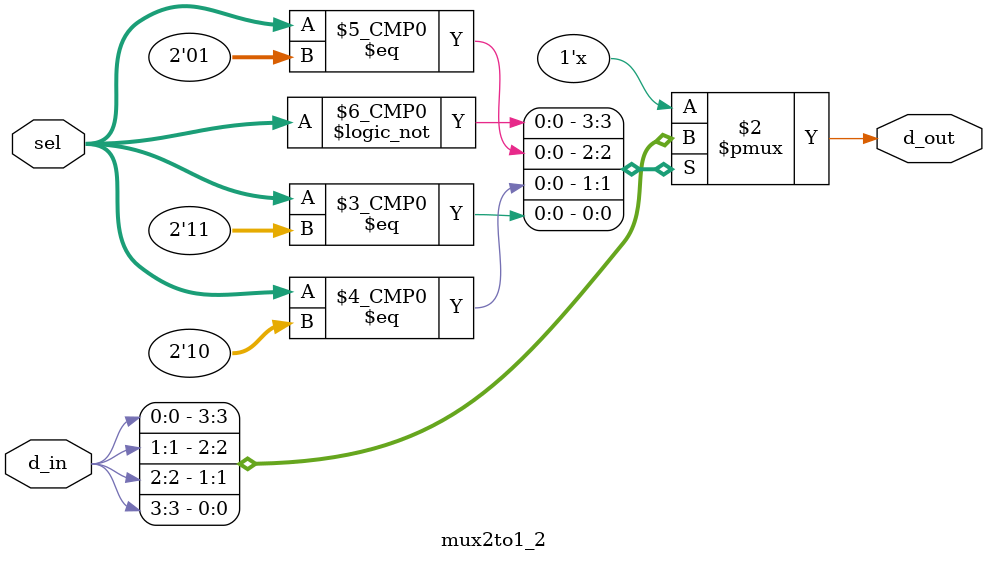
<source format=v>
`timescale 1ns/1ps

module mux2to1_tb;
	reg [1:0] d_in;
	reg sel;
	wire d_out;

	mux2to1 U0(
		.d_in(d_in),
		.sel(sel),
		.d_out(d_out)
	);


	initial begin
		d_in=2'b10; sel=1'b1;
		display_vars;
		#10
		d_in=2'b01; sel=1'b0;
		display_vars;

		
	end

	task display_vars;
	#1	$display("%b,%b,%b",d_in,sel,d_out);
	endtask

endmodule


module mux2to1(
	input [1:0] d_in,
	input sel,
	output d_out
);

	assign d_out =sel?d_in[1]:d_in[0];

endmodule


module mux2to1_1(
	input [1:0] d_in,
	input sel,
	output reg d_out
);

	always @(d_in or sel) begin
		if (sel) begin
			d_out = d_in[1];
		end
		else begin
			d_out = d_in[0];
		end
	end
endmodule


module mux2to1_2(
	input [3:0] d_in,
	input [1:0] sel,
	output reg d_out
);
	always @(d_in or sel) begin
		case(sel)
			2'b00:d_out<=d_in[0];
			2'b01:d_out<=d_in[1];
			2'b10:d_out<=d_in[2];
			2'b11:d_out<=d_in[3];
			default:d_out<=1'b0;
		endcase
	end

endmodule
</source>
